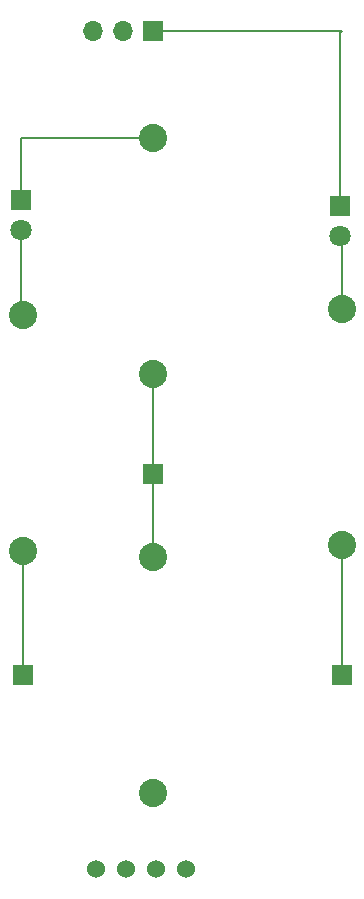
<source format=gbl>
%TF.GenerationSoftware,KiCad,Pcbnew,8.0.4*%
%TF.CreationDate,2024-11-11T12:12:06-05:00*%
%TF.ProjectId,HC-SR04sensor,48432d53-5230-4347-9365-6e736f722e6b,rev?*%
%TF.SameCoordinates,Original*%
%TF.FileFunction,Copper,L2,Bot*%
%TF.FilePolarity,Positive*%
%FSLAX46Y46*%
G04 Gerber Fmt 4.6, Leading zero omitted, Abs format (unit mm)*
G04 Created by KiCad (PCBNEW 8.0.4) date 2024-11-11 12:12:06*
%MOMM*%
%LPD*%
G01*
G04 APERTURE LIST*
%TA.AperFunction,ComponentPad*%
%ADD10C,2.390000*%
%TD*%
%TA.AperFunction,ComponentPad*%
%ADD11R,1.700000X1.700000*%
%TD*%
%TA.AperFunction,ComponentPad*%
%ADD12R,1.800000X1.800000*%
%TD*%
%TA.AperFunction,ComponentPad*%
%ADD13C,1.800000*%
%TD*%
%TA.AperFunction,ComponentPad*%
%ADD14O,1.700000X1.700000*%
%TD*%
%TA.AperFunction,ComponentPad*%
%ADD15C,1.530000*%
%TD*%
%TA.AperFunction,Conductor*%
%ADD16C,0.200000*%
%TD*%
G04 APERTURE END LIST*
D10*
%TO.P,R3,1*%
%TO.N,Net-(J4-Pin_1)*%
X140500000Y-111000000D03*
%TO.P,R3,2*%
%TO.N,Net-(D2-A)*%
X140500000Y-91000000D03*
%TD*%
%TO.P,R2,1*%
%TO.N,Net-(J3-Pin_1)*%
X113500000Y-111500000D03*
%TO.P,R2,2*%
%TO.N,Net-(D1-A)*%
X113500000Y-91500000D03*
%TD*%
D11*
%TO.P,J4,1,Pin_1*%
%TO.N,Net-(J4-Pin_1)*%
X140500000Y-122000000D03*
%TD*%
%TO.P,J3,1,Pin_1*%
%TO.N,Net-(J3-Pin_1)*%
X113500000Y-122000000D03*
%TD*%
D12*
%TO.P,D1,1,K*%
%TO.N,Net-(D1-K)*%
X113375000Y-81750000D03*
D13*
%TO.P,D1,2,A*%
%TO.N,Net-(D1-A)*%
X113375000Y-84290000D03*
%TD*%
D11*
%TO.P,J1,1,Pin_1*%
%TO.N,Net-(J1-Pin_1)*%
X124500000Y-105000000D03*
%TD*%
D10*
%TO.P,R1,1*%
%TO.N,Net-(U1-ECHO)*%
X124500000Y-132000000D03*
%TO.P,R1,2*%
%TO.N,Net-(J1-Pin_1)*%
X124500000Y-112000000D03*
%TD*%
D11*
%TO.P,J2,1,Pin_1*%
%TO.N,Net-(D1-K)*%
X124500000Y-67500000D03*
D14*
%TO.P,J2,2,Pin_2*%
%TO.N,Net-(J2-Pin_2)*%
X121960000Y-67500000D03*
%TO.P,J2,3,Pin_3*%
%TO.N,Net-(J2-Pin_3)*%
X119420000Y-67500000D03*
%TD*%
D15*
%TO.P,U1,1,VCC*%
%TO.N,Net-(J2-Pin_3)*%
X119690000Y-138375000D03*
%TO.P,U1,2,TRIG*%
%TO.N,Net-(J2-Pin_2)*%
X122230000Y-138375000D03*
%TO.P,U1,3,ECHO*%
%TO.N,Net-(U1-ECHO)*%
X124770000Y-138375000D03*
%TO.P,U1,4,GND*%
%TO.N,Net-(D1-K)*%
X127310000Y-138375000D03*
%TD*%
D10*
%TO.P,R5,1*%
%TO.N,Net-(J1-Pin_1)*%
X124500000Y-96500000D03*
%TO.P,R5,2*%
%TO.N,Net-(D1-K)*%
X124500000Y-76500000D03*
%TD*%
D12*
%TO.P,D2,1,K*%
%TO.N,Net-(D1-K)*%
X140375000Y-82250000D03*
D13*
%TO.P,D2,2,A*%
%TO.N,Net-(D2-A)*%
X140375000Y-84790000D03*
%TD*%
D16*
%TO.N,Net-(D1-K)*%
X140500000Y-67500000D02*
X124500000Y-67500000D01*
X140375000Y-67625000D02*
X140500000Y-67500000D01*
X140375000Y-82250000D02*
X140375000Y-67625000D01*
%TO.N,Net-(D2-A)*%
X140500000Y-84915000D02*
X140375000Y-84790000D01*
X140500000Y-91000000D02*
X140500000Y-84915000D01*
%TO.N,Net-(J4-Pin_1)*%
X140500000Y-111000000D02*
X140500000Y-122000000D01*
%TO.N,Net-(D2-A)*%
X140375000Y-90875000D02*
X140500000Y-91000000D01*
%TO.N,Net-(D1-K)*%
X113375000Y-76500000D02*
X124500000Y-76500000D01*
X113375000Y-81750000D02*
X113375000Y-76500000D01*
%TO.N,Net-(D1-A)*%
X113375000Y-91375000D02*
X113500000Y-91500000D01*
X113375000Y-84290000D02*
X113375000Y-91375000D01*
%TO.N,Net-(J3-Pin_1)*%
X113500000Y-111500000D02*
X113500000Y-122000000D01*
%TO.N,Net-(J1-Pin_1)*%
X124500000Y-105000000D02*
X124500000Y-96500000D01*
X124500000Y-112000000D02*
X124500000Y-105000000D01*
%TD*%
M02*

</source>
